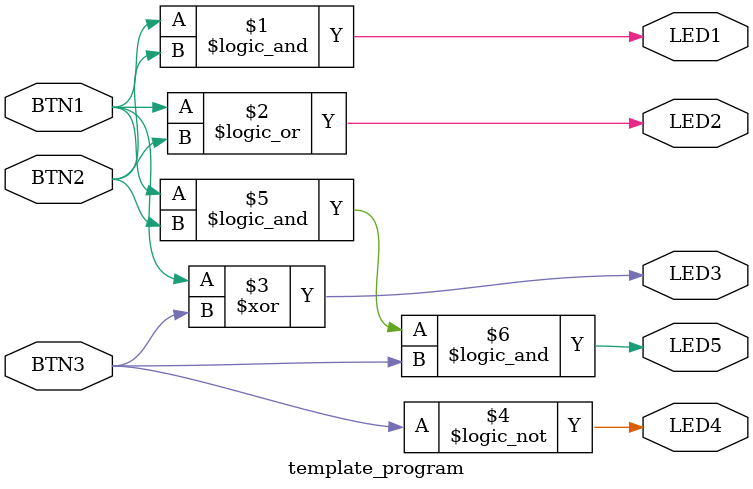
<source format=v>

module template_program (
	input  BTN1, BTN2, BTN3,
	output LED1, LED2, LED3, LED4, LED5
);


// Simple Logic with Buttons and LEDs
	assign LED1 = BTN1 && BTN2;
	assign LED2 = BTN1 || BTN2;
	assign LED3 = BTN1 ^ BTN3;
	assign LED4 = !BTN3;
	assign LED5 = BTN1 && BTN2 && BTN3;


endmodule


</source>
